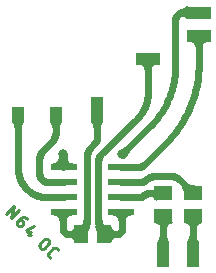
<source format=gbr>
G04 EAGLE Gerber RS-274X export*
G75*
%MOMM*%
%FSLAX34Y34*%
%LPD*%
%INTop Copper*%
%IPPOS*%
%AMOC8*
5,1,8,0,0,1.08239X$1,22.5*%
G01*
%ADD10C,0.228600*%
%ADD11R,1.300000X1.500000*%
%ADD12R,2.286000X0.609600*%
%ADD13R,1.000000X2.000000*%
%ADD14R,2.000000X1.000000*%
%ADD15R,1.000000X1.300000*%
%ADD16R,1.500000X1.300000*%
%ADD17C,0.609600*%
%ADD18C,0.800000*%
%ADD19C,0.304800*%
%ADD20C,0.800000*%
%ADD21C,0.254000*%
%ADD22C,0.152400*%


D10*
X7185Y44431D02*
X13913Y51158D01*
X10923Y40694D01*
X17650Y47421D01*
X18682Y40409D02*
X20925Y38166D01*
X20987Y38101D01*
X21046Y38034D01*
X21103Y37964D01*
X21156Y37892D01*
X21206Y37817D01*
X21253Y37741D01*
X21297Y37663D01*
X21337Y37582D01*
X21374Y37501D01*
X21408Y37417D01*
X21438Y37333D01*
X21464Y37247D01*
X21487Y37160D01*
X21506Y37072D01*
X21521Y36984D01*
X21532Y36895D01*
X21540Y36806D01*
X21544Y36716D01*
X21544Y36626D01*
X21540Y36536D01*
X21532Y36447D01*
X21521Y36358D01*
X21506Y36270D01*
X21487Y36182D01*
X21464Y36095D01*
X21438Y36009D01*
X21408Y35925D01*
X21374Y35841D01*
X21337Y35760D01*
X21297Y35679D01*
X21253Y35601D01*
X21206Y35525D01*
X21156Y35450D01*
X21103Y35378D01*
X21046Y35308D01*
X20987Y35241D01*
X20925Y35176D01*
X20551Y34803D01*
X20551Y34802D02*
X20478Y34732D01*
X20402Y34665D01*
X20324Y34600D01*
X20244Y34539D01*
X20161Y34480D01*
X20076Y34425D01*
X19989Y34374D01*
X19900Y34325D01*
X19809Y34280D01*
X19717Y34239D01*
X19623Y34201D01*
X19528Y34167D01*
X19431Y34136D01*
X19333Y34110D01*
X19235Y34086D01*
X19135Y34067D01*
X19035Y34052D01*
X18935Y34040D01*
X18834Y34032D01*
X18733Y34028D01*
X18631Y34028D01*
X18530Y34032D01*
X18429Y34040D01*
X18329Y34052D01*
X18229Y34067D01*
X18129Y34086D01*
X18031Y34110D01*
X17933Y34136D01*
X17836Y34167D01*
X17741Y34201D01*
X17647Y34239D01*
X17555Y34280D01*
X17464Y34325D01*
X17375Y34374D01*
X17288Y34425D01*
X17203Y34480D01*
X17120Y34539D01*
X17040Y34600D01*
X16962Y34665D01*
X16886Y34732D01*
X16813Y34802D01*
X16743Y34875D01*
X16676Y34951D01*
X16611Y35029D01*
X16550Y35109D01*
X16491Y35192D01*
X16436Y35277D01*
X16385Y35364D01*
X16336Y35453D01*
X16291Y35544D01*
X16250Y35636D01*
X16212Y35730D01*
X16178Y35825D01*
X16147Y35922D01*
X16121Y36020D01*
X16097Y36118D01*
X16078Y36218D01*
X16063Y36318D01*
X16051Y36418D01*
X16043Y36519D01*
X16039Y36620D01*
X16039Y36722D01*
X16043Y36823D01*
X16051Y36924D01*
X16063Y37024D01*
X16078Y37124D01*
X16097Y37224D01*
X16121Y37322D01*
X16147Y37420D01*
X16178Y37517D01*
X16212Y37612D01*
X16250Y37706D01*
X16291Y37798D01*
X16336Y37889D01*
X16385Y37978D01*
X16436Y38065D01*
X16491Y38150D01*
X16550Y38233D01*
X16611Y38313D01*
X16676Y38391D01*
X16743Y38467D01*
X16813Y38540D01*
X16814Y38540D02*
X18682Y40409D01*
X18773Y40498D01*
X18868Y40584D01*
X18965Y40668D01*
X19064Y40748D01*
X19166Y40825D01*
X19270Y40899D01*
X19376Y40970D01*
X19484Y41038D01*
X19594Y41103D01*
X19707Y41164D01*
X19821Y41221D01*
X19936Y41275D01*
X20054Y41326D01*
X20172Y41373D01*
X20292Y41417D01*
X20414Y41457D01*
X20536Y41493D01*
X20660Y41525D01*
X20784Y41554D01*
X20910Y41579D01*
X21036Y41600D01*
X21162Y41617D01*
X21289Y41631D01*
X21417Y41640D01*
X21544Y41646D01*
X21672Y41648D01*
X21800Y41646D01*
X21927Y41640D01*
X22055Y41631D01*
X22182Y41617D01*
X22308Y41600D01*
X22434Y41579D01*
X22560Y41554D01*
X22684Y41525D01*
X22808Y41493D01*
X22930Y41457D01*
X23051Y41417D01*
X23172Y41373D01*
X23290Y41326D01*
X23408Y41275D01*
X23523Y41221D01*
X23637Y41164D01*
X23749Y41103D01*
X23860Y41038D01*
X23968Y40970D01*
X24074Y40899D01*
X24178Y40825D01*
X24280Y40748D01*
X24379Y40668D01*
X24476Y40584D01*
X24571Y40498D01*
X24662Y40409D01*
X30677Y34394D02*
X23949Y30657D01*
X27687Y26919D01*
X25071Y26546D02*
X28061Y29536D01*
X35838Y19516D02*
X38828Y22506D01*
X38827Y22506D02*
X38901Y22577D01*
X38978Y22645D01*
X39057Y22710D01*
X39138Y22772D01*
X39222Y22831D01*
X39308Y22887D01*
X39397Y22939D01*
X39487Y22987D01*
X39579Y23032D01*
X39673Y23074D01*
X39768Y23112D01*
X39865Y23146D01*
X39963Y23176D01*
X40062Y23203D01*
X40162Y23225D01*
X40262Y23244D01*
X40364Y23259D01*
X40466Y23270D01*
X40568Y23277D01*
X40670Y23280D01*
X40773Y23279D01*
X40875Y23274D01*
X40977Y23265D01*
X41079Y23252D01*
X41180Y23235D01*
X41281Y23215D01*
X41380Y23190D01*
X41479Y23161D01*
X41576Y23129D01*
X41672Y23093D01*
X41766Y23054D01*
X41859Y23010D01*
X41950Y22963D01*
X42040Y22913D01*
X42127Y22859D01*
X42212Y22802D01*
X42295Y22742D01*
X42375Y22678D01*
X42453Y22611D01*
X42528Y22542D01*
X42601Y22469D01*
X42670Y22394D01*
X42737Y22316D01*
X42801Y22236D01*
X42861Y22153D01*
X42918Y22068D01*
X42972Y21981D01*
X43022Y21891D01*
X43069Y21800D01*
X43113Y21707D01*
X43152Y21613D01*
X43188Y21517D01*
X43220Y21420D01*
X43249Y21321D01*
X43274Y21222D01*
X43294Y21121D01*
X43311Y21020D01*
X43324Y20918D01*
X43333Y20816D01*
X43338Y20714D01*
X43339Y20611D01*
X43336Y20509D01*
X43329Y20407D01*
X43318Y20305D01*
X43303Y20203D01*
X43284Y20103D01*
X43262Y20003D01*
X43235Y19904D01*
X43205Y19806D01*
X43171Y19709D01*
X43133Y19614D01*
X43091Y19520D01*
X43046Y19428D01*
X42998Y19338D01*
X42946Y19250D01*
X42890Y19163D01*
X42831Y19079D01*
X42769Y18998D01*
X42704Y18919D01*
X42636Y18842D01*
X42565Y18768D01*
X39575Y15778D01*
X39502Y15708D01*
X39426Y15641D01*
X39348Y15576D01*
X39268Y15515D01*
X39185Y15456D01*
X39100Y15401D01*
X39013Y15350D01*
X38924Y15301D01*
X38833Y15256D01*
X38741Y15215D01*
X38647Y15177D01*
X38552Y15143D01*
X38455Y15112D01*
X38357Y15086D01*
X38259Y15062D01*
X38159Y15043D01*
X38059Y15028D01*
X37959Y15016D01*
X37858Y15008D01*
X37757Y15004D01*
X37655Y15004D01*
X37554Y15008D01*
X37453Y15016D01*
X37353Y15028D01*
X37253Y15043D01*
X37153Y15062D01*
X37055Y15086D01*
X36957Y15112D01*
X36860Y15143D01*
X36765Y15177D01*
X36671Y15215D01*
X36579Y15256D01*
X36488Y15301D01*
X36399Y15350D01*
X36312Y15401D01*
X36227Y15456D01*
X36144Y15515D01*
X36064Y15576D01*
X35986Y15641D01*
X35910Y15708D01*
X35837Y15778D01*
X35767Y15851D01*
X35700Y15927D01*
X35635Y16005D01*
X35574Y16085D01*
X35515Y16168D01*
X35460Y16253D01*
X35409Y16340D01*
X35360Y16429D01*
X35315Y16520D01*
X35274Y16612D01*
X35236Y16706D01*
X35202Y16801D01*
X35171Y16898D01*
X35145Y16996D01*
X35121Y17094D01*
X35102Y17194D01*
X35087Y17294D01*
X35075Y17394D01*
X35067Y17495D01*
X35063Y17596D01*
X35063Y17698D01*
X35067Y17799D01*
X35075Y17900D01*
X35087Y18000D01*
X35102Y18100D01*
X35121Y18200D01*
X35145Y18298D01*
X35171Y18396D01*
X35202Y18493D01*
X35236Y18588D01*
X35274Y18682D01*
X35315Y18774D01*
X35360Y18865D01*
X35409Y18954D01*
X35460Y19041D01*
X35515Y19126D01*
X35574Y19209D01*
X35635Y19289D01*
X35700Y19367D01*
X35767Y19443D01*
X35837Y19516D01*
X42936Y8680D02*
X44431Y7185D01*
X42936Y8680D02*
X42874Y8745D01*
X42815Y8812D01*
X42758Y8882D01*
X42705Y8954D01*
X42655Y9029D01*
X42608Y9105D01*
X42564Y9183D01*
X42524Y9264D01*
X42487Y9345D01*
X42453Y9429D01*
X42423Y9513D01*
X42397Y9599D01*
X42374Y9686D01*
X42355Y9774D01*
X42340Y9862D01*
X42329Y9951D01*
X42321Y10040D01*
X42317Y10130D01*
X42317Y10220D01*
X42321Y10310D01*
X42329Y10399D01*
X42340Y10488D01*
X42355Y10576D01*
X42374Y10664D01*
X42397Y10751D01*
X42423Y10837D01*
X42453Y10921D01*
X42487Y11005D01*
X42524Y11086D01*
X42564Y11167D01*
X42608Y11245D01*
X42655Y11321D01*
X42705Y11396D01*
X42758Y11468D01*
X42815Y11538D01*
X42874Y11605D01*
X42936Y11670D01*
X46673Y15407D01*
X46738Y15469D01*
X46805Y15528D01*
X46875Y15585D01*
X46947Y15638D01*
X47022Y15688D01*
X47098Y15735D01*
X47176Y15779D01*
X47257Y15819D01*
X47338Y15856D01*
X47422Y15890D01*
X47506Y15920D01*
X47592Y15946D01*
X47679Y15969D01*
X47767Y15988D01*
X47855Y16003D01*
X47944Y16014D01*
X48033Y16022D01*
X48123Y16026D01*
X48213Y16026D01*
X48303Y16022D01*
X48392Y16014D01*
X48481Y16003D01*
X48569Y15988D01*
X48657Y15969D01*
X48744Y15946D01*
X48830Y15920D01*
X48914Y15890D01*
X48998Y15856D01*
X49079Y15819D01*
X49160Y15779D01*
X49238Y15735D01*
X49314Y15688D01*
X49389Y15638D01*
X49461Y15585D01*
X49531Y15528D01*
X49598Y15469D01*
X49663Y15407D01*
X51158Y13912D01*
D11*
X89500Y27500D03*
X70500Y27500D03*
D12*
X104130Y45950D03*
X104130Y58650D03*
X104130Y71350D03*
X104130Y84050D03*
X55870Y84050D03*
X55870Y71350D03*
X55870Y58650D03*
X55870Y45950D03*
D13*
X140000Y10000D03*
X165000Y10000D03*
D14*
X170000Y195000D03*
D15*
X17000Y129500D03*
X49000Y129500D03*
D13*
X84000Y133000D03*
D14*
X127000Y176000D03*
X170000Y215000D03*
D16*
X140000Y43000D03*
X140000Y62000D03*
X165000Y43000D03*
X165000Y62000D03*
D17*
X105000Y45080D02*
X104130Y45950D01*
X100000Y27500D02*
X89500Y27500D01*
X100000Y27500D02*
X100140Y27502D01*
X100280Y27508D01*
X100420Y27518D01*
X100560Y27531D01*
X100699Y27549D01*
X100838Y27571D01*
X100975Y27596D01*
X101113Y27625D01*
X101249Y27658D01*
X101384Y27695D01*
X101518Y27736D01*
X101651Y27781D01*
X101783Y27829D01*
X101913Y27881D01*
X102042Y27936D01*
X102169Y27995D01*
X102295Y28058D01*
X102419Y28124D01*
X102540Y28193D01*
X102660Y28266D01*
X102778Y28343D01*
X102893Y28422D01*
X103007Y28505D01*
X103117Y28591D01*
X103226Y28680D01*
X103332Y28772D01*
X103435Y28867D01*
X103536Y28964D01*
X103633Y29065D01*
X103728Y29168D01*
X103820Y29274D01*
X103909Y29383D01*
X103995Y29493D01*
X104078Y29607D01*
X104157Y29722D01*
X104234Y29840D01*
X104307Y29960D01*
X104376Y30081D01*
X104442Y30205D01*
X104505Y30331D01*
X104564Y30458D01*
X104619Y30587D01*
X104671Y30717D01*
X104719Y30849D01*
X104764Y30982D01*
X104805Y31116D01*
X104842Y31251D01*
X104875Y31387D01*
X104904Y31525D01*
X104929Y31662D01*
X104951Y31801D01*
X104969Y31940D01*
X104982Y32080D01*
X104992Y32220D01*
X104998Y32360D01*
X105000Y32500D01*
X105000Y45080D01*
X85000Y38364D02*
X85004Y37998D01*
X85017Y37633D01*
X85039Y37268D01*
X85070Y36904D01*
X85109Y36540D01*
X85156Y36177D01*
X85213Y35816D01*
X85278Y35456D01*
X85351Y35098D01*
X85433Y34742D01*
X85524Y34388D01*
X85622Y34035D01*
X85730Y33686D01*
X85845Y33339D01*
X85969Y32995D01*
X86101Y32654D01*
X86240Y32316D01*
X86388Y31982D01*
X86544Y31651D01*
X86708Y31324D01*
X86879Y31001D01*
X87058Y30682D01*
X87245Y30368D01*
X87439Y30058D01*
X87640Y29752D01*
X87849Y29452D01*
X88064Y29157D01*
X88287Y28867D01*
X88517Y28582D01*
X88753Y28303D01*
X88995Y28029D01*
X89245Y27762D01*
X89500Y27500D01*
X85000Y38364D02*
X85000Y90000D01*
X85002Y90153D01*
X85008Y90306D01*
X85017Y90458D01*
X85031Y90611D01*
X85048Y90763D01*
X85070Y90914D01*
X85095Y91065D01*
X85124Y91215D01*
X85156Y91364D01*
X85193Y91513D01*
X85233Y91660D01*
X85277Y91807D01*
X85324Y91952D01*
X85376Y92096D01*
X85431Y92239D01*
X85489Y92380D01*
X85551Y92520D01*
X85617Y92658D01*
X85686Y92795D01*
X85758Y92929D01*
X85834Y93062D01*
X85914Y93193D01*
X85996Y93322D01*
X86082Y93448D01*
X86171Y93573D01*
X86263Y93695D01*
X86358Y93814D01*
X86456Y93932D01*
X86557Y94046D01*
X86661Y94159D01*
X86768Y94268D01*
X127000Y147757D02*
X127000Y176000D01*
X127000Y147757D02*
X126991Y146995D01*
X126964Y146234D01*
X126918Y145474D01*
X126855Y144715D01*
X126774Y143957D01*
X126674Y143202D01*
X126557Y142449D01*
X126422Y141700D01*
X126269Y140954D01*
X126098Y140211D01*
X125909Y139473D01*
X125704Y138740D01*
X125480Y138012D01*
X125240Y137289D01*
X124982Y136572D01*
X124707Y135862D01*
X124416Y135158D01*
X124108Y134461D01*
X123783Y133772D01*
X123442Y133091D01*
X123085Y132418D01*
X122712Y131754D01*
X122323Y131099D01*
X121919Y130453D01*
X121500Y129817D01*
X121065Y129192D01*
X120616Y128577D01*
X120152Y127972D01*
X119674Y127379D01*
X119183Y126798D01*
X118677Y126228D01*
X118158Y125670D01*
X117626Y125125D01*
X117626Y125126D02*
X86768Y94268D01*
X55870Y45950D02*
X55000Y45080D01*
X55000Y32500D01*
X55002Y32360D01*
X55008Y32220D01*
X55018Y32080D01*
X55031Y31940D01*
X55049Y31801D01*
X55071Y31662D01*
X55096Y31525D01*
X55125Y31387D01*
X55158Y31251D01*
X55195Y31116D01*
X55236Y30982D01*
X55281Y30849D01*
X55329Y30717D01*
X55381Y30587D01*
X55436Y30458D01*
X55495Y30331D01*
X55558Y30205D01*
X55624Y30081D01*
X55693Y29960D01*
X55766Y29840D01*
X55843Y29722D01*
X55922Y29607D01*
X56005Y29493D01*
X56091Y29383D01*
X56180Y29274D01*
X56272Y29168D01*
X56367Y29065D01*
X56464Y28964D01*
X56565Y28867D01*
X56668Y28772D01*
X56774Y28680D01*
X56883Y28591D01*
X56993Y28505D01*
X57107Y28422D01*
X57222Y28343D01*
X57340Y28266D01*
X57460Y28193D01*
X57581Y28124D01*
X57705Y28058D01*
X57831Y27995D01*
X57958Y27936D01*
X58087Y27881D01*
X58217Y27829D01*
X58349Y27781D01*
X58482Y27736D01*
X58616Y27695D01*
X58751Y27658D01*
X58887Y27625D01*
X59025Y27596D01*
X59162Y27571D01*
X59301Y27549D01*
X59440Y27531D01*
X59580Y27518D01*
X59720Y27508D01*
X59860Y27502D01*
X60000Y27500D01*
X70500Y27500D01*
X84000Y110000D02*
X84000Y133000D01*
X84000Y110000D02*
X83998Y109799D01*
X83990Y109598D01*
X83978Y109397D01*
X83962Y109197D01*
X83940Y108997D01*
X83914Y108797D01*
X83883Y108599D01*
X83847Y108401D01*
X83807Y108204D01*
X83762Y108008D01*
X83712Y107813D01*
X83658Y107619D01*
X83599Y107427D01*
X83535Y107236D01*
X83467Y107047D01*
X83395Y106859D01*
X83318Y106674D01*
X83236Y106490D01*
X83151Y106308D01*
X83061Y106128D01*
X82966Y105950D01*
X82868Y105775D01*
X82765Y105602D01*
X82659Y105432D01*
X82548Y105264D01*
X82433Y105099D01*
X82315Y104936D01*
X82192Y104777D01*
X82066Y104620D01*
X81936Y104466D01*
X81803Y104316D01*
X81666Y104169D01*
X81525Y104025D01*
X79419Y101919D01*
X79419Y101920D02*
X79161Y101654D01*
X78909Y101383D01*
X78663Y101106D01*
X78425Y100822D01*
X78194Y100533D01*
X77969Y100238D01*
X77752Y99938D01*
X77543Y99633D01*
X77341Y99323D01*
X77147Y99007D01*
X76960Y98687D01*
X76782Y98363D01*
X76611Y98034D01*
X76449Y97701D01*
X76294Y97365D01*
X76149Y97024D01*
X76011Y96680D01*
X75882Y96333D01*
X75762Y95983D01*
X75650Y95630D01*
X75547Y95274D01*
X75452Y94916D01*
X75367Y94556D01*
X75290Y94194D01*
X75222Y93830D01*
X75163Y93464D01*
X75113Y93097D01*
X75073Y92729D01*
X75041Y92360D01*
X75018Y91990D01*
X75005Y91620D01*
X75000Y91250D01*
X75000Y38364D01*
X74996Y37998D01*
X74983Y37633D01*
X74961Y37268D01*
X74930Y36904D01*
X74891Y36540D01*
X74844Y36177D01*
X74787Y35816D01*
X74722Y35456D01*
X74649Y35098D01*
X74567Y34742D01*
X74476Y34388D01*
X74378Y34035D01*
X74270Y33686D01*
X74155Y33339D01*
X74031Y32995D01*
X73899Y32654D01*
X73760Y32316D01*
X73612Y31982D01*
X73456Y31651D01*
X73292Y31324D01*
X73121Y31001D01*
X72942Y30682D01*
X72755Y30368D01*
X72561Y30058D01*
X72360Y29752D01*
X72151Y29452D01*
X71936Y29157D01*
X71713Y28867D01*
X71483Y28582D01*
X71247Y28303D01*
X71005Y28029D01*
X70755Y27762D01*
X70500Y27500D01*
X170000Y172071D02*
X170000Y195000D01*
X170000Y172071D02*
X169971Y169726D01*
X169885Y167383D01*
X169741Y165043D01*
X169540Y162707D01*
X169282Y160377D01*
X168966Y158053D01*
X168594Y155738D01*
X168164Y153433D01*
X167679Y151140D01*
X167137Y148858D01*
X166539Y146591D01*
X165886Y144339D01*
X165178Y142104D01*
X164416Y139887D01*
X163599Y137689D01*
X162728Y135512D01*
X161804Y133357D01*
X160828Y131225D01*
X159799Y129118D01*
X158720Y127037D01*
X157589Y124983D01*
X156408Y122957D01*
X155178Y120961D01*
X153900Y118996D01*
X152573Y117062D01*
X151200Y115162D01*
X149780Y113296D01*
X148315Y111466D01*
X146805Y109671D01*
X145252Y107915D01*
X143657Y106197D01*
X142019Y104519D01*
X123750Y86250D01*
X123618Y86121D01*
X123483Y85996D01*
X123345Y85874D01*
X123204Y85755D01*
X123060Y85640D01*
X122913Y85528D01*
X122764Y85420D01*
X122612Y85316D01*
X122457Y85215D01*
X122300Y85119D01*
X122141Y85026D01*
X121980Y84937D01*
X121816Y84852D01*
X121650Y84771D01*
X121483Y84694D01*
X121313Y84622D01*
X121142Y84553D01*
X120969Y84489D01*
X120795Y84429D01*
X120619Y84373D01*
X120442Y84322D01*
X120264Y84275D01*
X120085Y84233D01*
X119904Y84194D01*
X119723Y84161D01*
X119541Y84131D01*
X119358Y84106D01*
X119175Y84086D01*
X118992Y84070D01*
X118808Y84059D01*
X118623Y84052D01*
X118439Y84050D01*
X104130Y84050D01*
X17000Y83080D02*
X17000Y129500D01*
X17000Y83080D02*
X17007Y82490D01*
X17029Y81900D01*
X17064Y81310D01*
X17114Y80722D01*
X17178Y80135D01*
X17256Y79550D01*
X17349Y78967D01*
X17455Y78386D01*
X17576Y77808D01*
X17710Y77234D01*
X17858Y76662D01*
X18020Y76094D01*
X18196Y75531D01*
X18385Y74971D01*
X18588Y74417D01*
X18804Y73868D01*
X19033Y73324D01*
X19275Y72785D01*
X19530Y72253D01*
X19798Y71727D01*
X20079Y71207D01*
X20372Y70695D01*
X20677Y70190D01*
X20995Y69692D01*
X21325Y69202D01*
X21666Y68720D01*
X22018Y68247D01*
X22383Y67782D01*
X22758Y67327D01*
X23144Y66880D01*
X23541Y66443D01*
X23948Y66015D01*
X24365Y65598D01*
X24793Y65191D01*
X25230Y64794D01*
X25677Y64408D01*
X26132Y64033D01*
X26597Y63668D01*
X27070Y63316D01*
X27552Y62975D01*
X28042Y62645D01*
X28540Y62327D01*
X29045Y62022D01*
X29557Y61729D01*
X30077Y61448D01*
X30603Y61180D01*
X31135Y60925D01*
X31674Y60683D01*
X32218Y60454D01*
X32767Y60238D01*
X33321Y60035D01*
X33881Y59846D01*
X34444Y59670D01*
X35012Y59508D01*
X35584Y59360D01*
X36158Y59226D01*
X36736Y59105D01*
X37317Y58999D01*
X37900Y58906D01*
X38485Y58828D01*
X39072Y58764D01*
X39660Y58714D01*
X40250Y58679D01*
X40840Y58657D01*
X41430Y58650D01*
X55870Y58650D01*
X35000Y78850D02*
X35000Y91250D01*
X35003Y91465D01*
X35010Y91681D01*
X35023Y91896D01*
X35041Y92111D01*
X35064Y92325D01*
X35092Y92538D01*
X35125Y92751D01*
X35164Y92963D01*
X35207Y93174D01*
X35255Y93384D01*
X35308Y93593D01*
X35367Y93801D01*
X35430Y94007D01*
X35498Y94211D01*
X35571Y94414D01*
X35648Y94615D01*
X35731Y94814D01*
X35818Y95011D01*
X35910Y95206D01*
X36006Y95398D01*
X36107Y95589D01*
X36213Y95777D01*
X36323Y95962D01*
X36437Y96144D01*
X36556Y96324D01*
X36679Y96501D01*
X36806Y96675D01*
X36937Y96846D01*
X37072Y97014D01*
X37211Y97178D01*
X37354Y97340D01*
X37501Y97497D01*
X37652Y97651D01*
X37652Y97652D02*
X44757Y104757D01*
X44757Y104758D02*
X44998Y105004D01*
X45233Y105256D01*
X45462Y105514D01*
X45685Y105778D01*
X45901Y106046D01*
X46111Y106319D01*
X46314Y106598D01*
X46511Y106881D01*
X46701Y107169D01*
X46883Y107461D01*
X47059Y107757D01*
X47228Y108058D01*
X47390Y108363D01*
X47544Y108671D01*
X47691Y108983D01*
X47830Y109298D01*
X47962Y109616D01*
X48087Y109938D01*
X48203Y110262D01*
X48312Y110590D01*
X48413Y110919D01*
X48506Y111251D01*
X48592Y111585D01*
X48669Y111921D01*
X48738Y112259D01*
X48799Y112598D01*
X48853Y112939D01*
X48898Y113280D01*
X48934Y113623D01*
X48963Y113967D01*
X48984Y114311D01*
X48996Y114655D01*
X49000Y115000D01*
X49000Y129500D01*
X42500Y71350D02*
X55870Y71350D01*
X42500Y71350D02*
X42319Y71352D01*
X42138Y71359D01*
X41957Y71370D01*
X41776Y71385D01*
X41596Y71405D01*
X41416Y71429D01*
X41237Y71457D01*
X41059Y71490D01*
X40882Y71527D01*
X40705Y71568D01*
X40530Y71613D01*
X40355Y71663D01*
X40182Y71717D01*
X40011Y71775D01*
X39840Y71837D01*
X39672Y71904D01*
X39505Y71974D01*
X39339Y72048D01*
X39176Y72127D01*
X39015Y72209D01*
X38855Y72295D01*
X38698Y72385D01*
X38543Y72479D01*
X38390Y72576D01*
X38240Y72678D01*
X38092Y72782D01*
X37946Y72891D01*
X37804Y73002D01*
X37664Y73118D01*
X37527Y73236D01*
X37392Y73358D01*
X37261Y73483D01*
X37133Y73611D01*
X37008Y73742D01*
X36886Y73877D01*
X36768Y74014D01*
X36652Y74154D01*
X36541Y74296D01*
X36432Y74442D01*
X36328Y74590D01*
X36226Y74740D01*
X36129Y74893D01*
X36035Y75048D01*
X35945Y75205D01*
X35859Y75365D01*
X35777Y75526D01*
X35698Y75689D01*
X35624Y75855D01*
X35554Y76022D01*
X35487Y76190D01*
X35425Y76361D01*
X35367Y76532D01*
X35313Y76705D01*
X35263Y76880D01*
X35218Y77055D01*
X35177Y77232D01*
X35140Y77409D01*
X35107Y77587D01*
X35079Y77766D01*
X35055Y77946D01*
X35035Y78126D01*
X35020Y78307D01*
X35009Y78488D01*
X35002Y78669D01*
X35000Y78850D01*
X156250Y215000D02*
X170000Y215000D01*
X156250Y215000D02*
X156094Y214998D01*
X155938Y214992D01*
X155783Y214983D01*
X155628Y214969D01*
X155473Y214951D01*
X155318Y214930D01*
X155165Y214905D01*
X155012Y214876D01*
X154859Y214843D01*
X154708Y214807D01*
X154557Y214766D01*
X154408Y214722D01*
X154259Y214675D01*
X154112Y214623D01*
X153967Y214568D01*
X153822Y214509D01*
X153679Y214447D01*
X153538Y214381D01*
X153399Y214312D01*
X153261Y214239D01*
X153125Y214163D01*
X152991Y214083D01*
X152859Y214000D01*
X152729Y213914D01*
X152602Y213825D01*
X152476Y213732D01*
X152353Y213636D01*
X152233Y213538D01*
X152114Y213436D01*
X151999Y213332D01*
X151886Y213224D01*
X151776Y213114D01*
X151668Y213001D01*
X151564Y212886D01*
X151462Y212767D01*
X151364Y212647D01*
X151268Y212524D01*
X151175Y212398D01*
X151086Y212271D01*
X151000Y212141D01*
X150917Y212009D01*
X150837Y211875D01*
X150761Y211739D01*
X150688Y211601D01*
X150619Y211462D01*
X150553Y211321D01*
X150491Y211178D01*
X150432Y211033D01*
X150377Y210888D01*
X150325Y210741D01*
X150278Y210592D01*
X150234Y210443D01*
X150193Y210292D01*
X150157Y210141D01*
X150124Y209988D01*
X150095Y209835D01*
X150070Y209682D01*
X150049Y209527D01*
X150031Y209372D01*
X150017Y209217D01*
X150008Y209062D01*
X150002Y208906D01*
X150000Y208750D01*
X150000Y170000D01*
X149979Y168276D01*
X149918Y166554D01*
X149815Y164833D01*
X149672Y163115D01*
X149488Y161402D01*
X149263Y159693D01*
X148997Y157990D01*
X148691Y156293D01*
X148345Y154605D01*
X147958Y152925D01*
X147532Y151255D01*
X147066Y149595D01*
X146561Y147947D01*
X146017Y146312D01*
X145434Y144690D01*
X144812Y143082D01*
X144152Y141489D01*
X143455Y139913D01*
X142720Y138354D01*
X141949Y136812D01*
X141141Y135290D01*
X140297Y133787D01*
X139417Y132305D01*
X138503Y130844D01*
X137554Y129405D01*
X136570Y127989D01*
X135554Y126597D01*
X134505Y125229D01*
X133423Y123887D01*
X132310Y122571D01*
X131166Y121282D01*
X129991Y120020D01*
X128787Y118787D01*
X105000Y95000D01*
D18*
X55000Y95000D02*
X55000Y84920D01*
D19*
X55870Y84050D01*
D20*
X55000Y95000D03*
X105000Y95000D03*
D17*
X104442Y95771D02*
X109243Y99243D01*
X104442Y95771D02*
X105000Y95000D01*
X105771Y94442D02*
X109243Y99243D01*
X105771Y94442D02*
X105000Y95000D01*
X140000Y43000D02*
X140000Y10000D01*
D19*
X165000Y43000D02*
X165000Y44500D01*
D17*
X165000Y10000D01*
X140000Y62000D02*
X127500Y62000D01*
X127347Y61998D01*
X127194Y61992D01*
X127042Y61983D01*
X126889Y61969D01*
X126737Y61952D01*
X126586Y61930D01*
X126435Y61905D01*
X126285Y61876D01*
X126136Y61844D01*
X125987Y61807D01*
X125840Y61767D01*
X125693Y61723D01*
X125548Y61676D01*
X125404Y61624D01*
X125261Y61569D01*
X125120Y61511D01*
X124980Y61449D01*
X124842Y61383D01*
X124705Y61314D01*
X124571Y61242D01*
X124438Y61166D01*
X124307Y61086D01*
X124178Y61004D01*
X124052Y60918D01*
X123927Y60829D01*
X123805Y60737D01*
X123686Y60642D01*
X123568Y60544D01*
X123454Y60443D01*
X123341Y60339D01*
X123232Y60232D01*
X123127Y60130D01*
X123019Y60031D01*
X122909Y59935D01*
X122796Y59842D01*
X122681Y59752D01*
X122563Y59665D01*
X122444Y59581D01*
X122321Y59500D01*
X122197Y59423D01*
X122071Y59350D01*
X121942Y59279D01*
X121812Y59212D01*
X121680Y59149D01*
X121547Y59090D01*
X121411Y59034D01*
X121275Y58981D01*
X121137Y58933D01*
X120998Y58888D01*
X120857Y58847D01*
X120716Y58810D01*
X120573Y58776D01*
X120430Y58747D01*
X120286Y58721D01*
X120141Y58699D01*
X119996Y58682D01*
X119850Y58668D01*
X119704Y58658D01*
X119558Y58652D01*
X119412Y58650D01*
X104130Y58650D01*
X104130Y71350D02*
X120179Y71350D01*
X120351Y71352D01*
X120522Y71358D01*
X120693Y71369D01*
X120864Y71384D01*
X121035Y71403D01*
X121205Y71426D01*
X121375Y71453D01*
X121543Y71484D01*
X121711Y71520D01*
X121878Y71560D01*
X122044Y71603D01*
X122209Y71651D01*
X122373Y71703D01*
X122535Y71759D01*
X122696Y71819D01*
X122855Y71882D01*
X123013Y71950D01*
X123169Y72021D01*
X123323Y72097D01*
X123475Y72176D01*
X123626Y72258D01*
X123774Y72345D01*
X123920Y72435D01*
X124064Y72529D01*
X124206Y72626D01*
X124345Y72726D01*
X124481Y72830D01*
X124615Y72937D01*
X124747Y73048D01*
X124875Y73162D01*
X125001Y73278D01*
X125124Y73398D01*
X132250Y76350D02*
X147256Y76350D01*
X132250Y76350D02*
X132010Y76347D01*
X131770Y76339D01*
X131531Y76324D01*
X131292Y76304D01*
X131053Y76279D01*
X130816Y76247D01*
X130579Y76210D01*
X130343Y76168D01*
X130108Y76120D01*
X129874Y76066D01*
X129641Y76007D01*
X129410Y75942D01*
X129181Y75871D01*
X128953Y75796D01*
X128728Y75715D01*
X128504Y75628D01*
X128282Y75536D01*
X128063Y75439D01*
X127846Y75337D01*
X127632Y75230D01*
X127420Y75117D01*
X127210Y75000D01*
X127004Y74877D01*
X126801Y74750D01*
X126601Y74618D01*
X126404Y74481D01*
X126210Y74340D01*
X126020Y74194D01*
X125833Y74043D01*
X125650Y73888D01*
X125470Y73729D01*
X125295Y73566D01*
X125123Y73398D01*
X153050Y73950D02*
X165000Y62000D01*
X153051Y73950D02*
X152907Y74090D01*
X152759Y74227D01*
X152609Y74360D01*
X152455Y74490D01*
X152298Y74615D01*
X152138Y74737D01*
X151975Y74855D01*
X151809Y74969D01*
X151640Y75079D01*
X151469Y75184D01*
X151295Y75285D01*
X151119Y75382D01*
X150941Y75475D01*
X150760Y75563D01*
X150577Y75647D01*
X150392Y75726D01*
X150205Y75801D01*
X150017Y75871D01*
X149827Y75936D01*
X149635Y75997D01*
X149442Y76053D01*
X149247Y76104D01*
X149052Y76151D01*
X148855Y76193D01*
X148657Y76229D01*
X148458Y76261D01*
X148259Y76288D01*
X148059Y76311D01*
X147859Y76328D01*
X147658Y76340D01*
X147457Y76348D01*
X147256Y76350D01*
D19*
X82499Y117858D02*
X82494Y118051D01*
X82483Y118245D01*
X82469Y118438D01*
X82449Y118631D01*
X82425Y118823D01*
X82396Y119015D01*
X82363Y119206D01*
X82325Y119396D01*
X82283Y119585D01*
X82236Y119773D01*
X82184Y119960D01*
X82128Y120145D01*
X82068Y120330D01*
X82003Y120512D01*
X81934Y120693D01*
X81860Y120873D01*
X81783Y121050D01*
X81701Y121226D01*
X81614Y121399D01*
X81524Y121571D01*
X81429Y121740D01*
X81331Y121907D01*
X81228Y122071D01*
X81122Y122233D01*
X81011Y122392D01*
X80897Y122549D01*
X80779Y122703D01*
X80658Y122854D01*
X80532Y123002D01*
X47499Y117858D02*
X47494Y118051D01*
X47483Y118245D01*
X47469Y118438D01*
X47449Y118631D01*
X47425Y118823D01*
X47396Y119015D01*
X47363Y119206D01*
X47325Y119396D01*
X47283Y119585D01*
X47236Y119773D01*
X47184Y119960D01*
X47128Y120145D01*
X47068Y120330D01*
X47003Y120512D01*
X46934Y120693D01*
X46860Y120873D01*
X46783Y121050D01*
X46701Y121226D01*
X46614Y121399D01*
X46524Y121571D01*
X46429Y121740D01*
X46331Y121907D01*
X46228Y122071D01*
X46122Y122233D01*
X46011Y122392D01*
X45897Y122549D01*
X45779Y122703D01*
X45658Y122854D01*
X45532Y123002D01*
X15491Y117910D02*
X15486Y118103D01*
X15475Y118297D01*
X15461Y118490D01*
X15441Y118683D01*
X15417Y118875D01*
X15388Y119067D01*
X15355Y119258D01*
X15317Y119448D01*
X15275Y119637D01*
X15228Y119825D01*
X15176Y120012D01*
X15120Y120197D01*
X15060Y120382D01*
X14995Y120564D01*
X14926Y120745D01*
X14852Y120925D01*
X14775Y121102D01*
X14693Y121278D01*
X14606Y121451D01*
X14516Y121623D01*
X14421Y121792D01*
X14323Y121959D01*
X14220Y122123D01*
X14114Y122285D01*
X14003Y122444D01*
X13889Y122601D01*
X13771Y122755D01*
X13650Y122906D01*
X13524Y123054D01*
X50518Y117851D02*
X50523Y118044D01*
X50534Y118238D01*
X50548Y118431D01*
X50568Y118624D01*
X50592Y118816D01*
X50621Y119008D01*
X50654Y119199D01*
X50692Y119389D01*
X50734Y119578D01*
X50781Y119766D01*
X50833Y119953D01*
X50889Y120138D01*
X50949Y120323D01*
X51014Y120505D01*
X51083Y120686D01*
X51157Y120866D01*
X51234Y121043D01*
X51316Y121219D01*
X51403Y121392D01*
X51493Y121564D01*
X51588Y121733D01*
X51686Y121900D01*
X51789Y122064D01*
X51895Y122226D01*
X52006Y122385D01*
X52120Y122542D01*
X52238Y122696D01*
X52359Y122847D01*
X52485Y122995D01*
X57461Y90547D02*
X57463Y90407D01*
X57469Y90267D01*
X57479Y90127D01*
X57492Y89987D01*
X57510Y89848D01*
X57532Y89709D01*
X57557Y89572D01*
X57586Y89434D01*
X57619Y89298D01*
X57656Y89163D01*
X57697Y89029D01*
X57742Y88896D01*
X57790Y88764D01*
X57842Y88634D01*
X57897Y88505D01*
X57956Y88378D01*
X58019Y88252D01*
X58085Y88128D01*
X58154Y88007D01*
X58227Y87887D01*
X58304Y87769D01*
X58383Y87654D01*
X58466Y87540D01*
X58552Y87430D01*
X58641Y87321D01*
X58733Y87215D01*
X58828Y87112D01*
X58925Y87011D01*
X59026Y86914D01*
X59129Y86819D01*
X59235Y86727D01*
X59344Y86638D01*
X59454Y86552D01*
X59568Y86469D01*
X59683Y86390D01*
X59801Y86313D01*
X59921Y86240D01*
X60042Y86171D01*
X60166Y86105D01*
X60292Y86042D01*
X60419Y85983D01*
X60548Y85928D01*
X60678Y85876D01*
X60810Y85828D01*
X60943Y85783D01*
X61077Y85742D01*
X61212Y85705D01*
X61348Y85672D01*
X61486Y85643D01*
X61623Y85618D01*
X61762Y85596D01*
X61901Y85578D01*
X62041Y85565D01*
X62181Y85555D01*
X62321Y85549D01*
X62461Y85547D01*
X52539Y90547D02*
X52537Y90407D01*
X52531Y90267D01*
X52521Y90127D01*
X52508Y89987D01*
X52490Y89848D01*
X52468Y89709D01*
X52443Y89572D01*
X52414Y89434D01*
X52381Y89298D01*
X52344Y89163D01*
X52303Y89029D01*
X52258Y88896D01*
X52210Y88764D01*
X52158Y88634D01*
X52103Y88505D01*
X52044Y88378D01*
X51981Y88252D01*
X51915Y88128D01*
X51846Y88007D01*
X51773Y87887D01*
X51696Y87769D01*
X51617Y87654D01*
X51534Y87540D01*
X51448Y87430D01*
X51359Y87321D01*
X51267Y87215D01*
X51172Y87112D01*
X51075Y87011D01*
X50974Y86914D01*
X50871Y86819D01*
X50765Y86727D01*
X50656Y86638D01*
X50546Y86552D01*
X50432Y86469D01*
X50317Y86390D01*
X50199Y86313D01*
X50079Y86240D01*
X49958Y86171D01*
X49834Y86105D01*
X49708Y86042D01*
X49581Y85983D01*
X49452Y85928D01*
X49322Y85876D01*
X49190Y85828D01*
X49057Y85783D01*
X48923Y85742D01*
X48788Y85705D01*
X48652Y85672D01*
X48514Y85643D01*
X48377Y85618D01*
X48238Y85596D01*
X48099Y85578D01*
X47959Y85565D01*
X47819Y85555D01*
X47679Y85549D01*
X47539Y85547D01*
X48477Y44414D02*
X48617Y44412D01*
X48757Y44406D01*
X48897Y44396D01*
X49037Y44383D01*
X49176Y44365D01*
X49315Y44343D01*
X49452Y44318D01*
X49590Y44289D01*
X49726Y44256D01*
X49861Y44219D01*
X49995Y44178D01*
X50128Y44133D01*
X50260Y44085D01*
X50390Y44033D01*
X50519Y43978D01*
X50646Y43919D01*
X50772Y43856D01*
X50896Y43790D01*
X51017Y43721D01*
X51137Y43648D01*
X51255Y43571D01*
X51370Y43492D01*
X51484Y43409D01*
X51594Y43323D01*
X51703Y43234D01*
X51809Y43142D01*
X51912Y43047D01*
X52013Y42950D01*
X52110Y42849D01*
X52205Y42746D01*
X52297Y42640D01*
X52386Y42531D01*
X52472Y42421D01*
X52555Y42307D01*
X52634Y42192D01*
X52711Y42074D01*
X52784Y41954D01*
X52853Y41833D01*
X52919Y41709D01*
X52982Y41583D01*
X53041Y41456D01*
X53096Y41327D01*
X53148Y41197D01*
X53196Y41065D01*
X53241Y40932D01*
X53282Y40798D01*
X53319Y40663D01*
X53352Y40527D01*
X53381Y40389D01*
X53406Y40252D01*
X53428Y40113D01*
X53446Y39974D01*
X53459Y39834D01*
X53469Y39694D01*
X53475Y39554D01*
X53477Y39414D01*
X56523Y39414D02*
X56525Y39554D01*
X56531Y39694D01*
X56541Y39834D01*
X56554Y39974D01*
X56572Y40113D01*
X56594Y40252D01*
X56619Y40389D01*
X56648Y40527D01*
X56681Y40663D01*
X56718Y40798D01*
X56759Y40932D01*
X56804Y41065D01*
X56852Y41197D01*
X56904Y41327D01*
X56959Y41456D01*
X57018Y41583D01*
X57081Y41709D01*
X57147Y41833D01*
X57216Y41954D01*
X57289Y42074D01*
X57366Y42192D01*
X57445Y42307D01*
X57528Y42421D01*
X57614Y42531D01*
X57703Y42640D01*
X57795Y42746D01*
X57890Y42849D01*
X57987Y42950D01*
X58088Y43047D01*
X58191Y43142D01*
X58297Y43234D01*
X58406Y43323D01*
X58516Y43409D01*
X58630Y43492D01*
X58745Y43571D01*
X58863Y43648D01*
X58983Y43721D01*
X59104Y43790D01*
X59228Y43856D01*
X59354Y43919D01*
X59481Y43978D01*
X59610Y44033D01*
X59740Y44085D01*
X59872Y44133D01*
X60005Y44178D01*
X60139Y44219D01*
X60274Y44256D01*
X60410Y44289D01*
X60548Y44318D01*
X60685Y44343D01*
X60824Y44365D01*
X60963Y44383D01*
X61103Y44396D01*
X61243Y44406D01*
X61383Y44412D01*
X61523Y44414D01*
X98477Y44434D02*
X98617Y44432D01*
X98757Y44426D01*
X98897Y44416D01*
X99037Y44403D01*
X99176Y44385D01*
X99315Y44363D01*
X99452Y44338D01*
X99590Y44309D01*
X99726Y44276D01*
X99861Y44239D01*
X99995Y44198D01*
X100128Y44153D01*
X100260Y44105D01*
X100390Y44053D01*
X100519Y43998D01*
X100646Y43939D01*
X100772Y43876D01*
X100896Y43810D01*
X101017Y43741D01*
X101137Y43668D01*
X101255Y43591D01*
X101370Y43512D01*
X101484Y43429D01*
X101594Y43343D01*
X101703Y43254D01*
X101809Y43162D01*
X101912Y43067D01*
X102013Y42970D01*
X102110Y42869D01*
X102205Y42766D01*
X102297Y42660D01*
X102386Y42551D01*
X102472Y42441D01*
X102555Y42327D01*
X102634Y42212D01*
X102711Y42094D01*
X102784Y41974D01*
X102853Y41853D01*
X102919Y41729D01*
X102982Y41603D01*
X103041Y41476D01*
X103096Y41347D01*
X103148Y41217D01*
X103196Y41085D01*
X103241Y40952D01*
X103282Y40818D01*
X103319Y40683D01*
X103352Y40547D01*
X103381Y40409D01*
X103406Y40272D01*
X103428Y40133D01*
X103446Y39994D01*
X103459Y39854D01*
X103469Y39714D01*
X103475Y39574D01*
X103477Y39434D01*
X106523Y39434D02*
X106525Y39574D01*
X106531Y39714D01*
X106541Y39854D01*
X106554Y39994D01*
X106572Y40133D01*
X106594Y40272D01*
X106619Y40409D01*
X106648Y40547D01*
X106681Y40683D01*
X106718Y40818D01*
X106759Y40952D01*
X106804Y41085D01*
X106852Y41217D01*
X106904Y41347D01*
X106959Y41476D01*
X107018Y41603D01*
X107081Y41729D01*
X107147Y41853D01*
X107216Y41974D01*
X107289Y42094D01*
X107366Y42212D01*
X107445Y42327D01*
X107528Y42441D01*
X107614Y42551D01*
X107703Y42660D01*
X107795Y42766D01*
X107890Y42869D01*
X107987Y42970D01*
X108088Y43067D01*
X108191Y43162D01*
X108297Y43254D01*
X108406Y43343D01*
X108516Y43429D01*
X108630Y43512D01*
X108745Y43591D01*
X108863Y43668D01*
X108983Y43741D01*
X109104Y43810D01*
X109228Y43876D01*
X109354Y43939D01*
X109481Y43998D01*
X109610Y44053D01*
X109740Y44105D01*
X109872Y44153D01*
X110005Y44198D01*
X110139Y44239D01*
X110274Y44276D01*
X110410Y44309D01*
X110548Y44338D01*
X110685Y44363D01*
X110824Y44385D01*
X110963Y44403D01*
X111103Y44416D01*
X111243Y44426D01*
X111383Y44432D01*
X111523Y44434D01*
X85518Y117851D02*
X85523Y118044D01*
X85534Y118238D01*
X85548Y118431D01*
X85568Y118624D01*
X85592Y118816D01*
X85621Y119008D01*
X85654Y119199D01*
X85692Y119389D01*
X85734Y119578D01*
X85781Y119766D01*
X85833Y119953D01*
X85889Y120138D01*
X85949Y120323D01*
X86014Y120505D01*
X86083Y120686D01*
X86157Y120866D01*
X86234Y121043D01*
X86316Y121219D01*
X86403Y121392D01*
X86493Y121564D01*
X86588Y121733D01*
X86686Y121900D01*
X86789Y122064D01*
X86895Y122226D01*
X87006Y122385D01*
X87120Y122542D01*
X87238Y122696D01*
X87359Y122847D01*
X87485Y122995D01*
X20493Y122995D02*
X20367Y122847D01*
X20246Y122696D01*
X20128Y122542D01*
X20014Y122385D01*
X19903Y122226D01*
X19797Y122064D01*
X19694Y121900D01*
X19596Y121733D01*
X19501Y121564D01*
X19411Y121392D01*
X19324Y121219D01*
X19242Y121043D01*
X19165Y120866D01*
X19091Y120686D01*
X19022Y120505D01*
X18957Y120323D01*
X18897Y120138D01*
X18841Y119953D01*
X18789Y119766D01*
X18742Y119578D01*
X18700Y119389D01*
X18662Y119199D01*
X18629Y119008D01*
X18600Y118816D01*
X18576Y118624D01*
X18556Y118431D01*
X18542Y118238D01*
X18531Y118044D01*
X18526Y117851D01*
X120477Y172539D02*
X120617Y172537D01*
X120757Y172531D01*
X120897Y172521D01*
X121037Y172508D01*
X121176Y172490D01*
X121315Y172468D01*
X121452Y172443D01*
X121590Y172414D01*
X121726Y172381D01*
X121861Y172344D01*
X121995Y172303D01*
X122128Y172258D01*
X122260Y172210D01*
X122390Y172158D01*
X122519Y172103D01*
X122646Y172044D01*
X122772Y171981D01*
X122896Y171915D01*
X123017Y171846D01*
X123137Y171773D01*
X123255Y171696D01*
X123370Y171617D01*
X123484Y171534D01*
X123594Y171448D01*
X123703Y171359D01*
X123809Y171267D01*
X123912Y171172D01*
X124013Y171075D01*
X124110Y170974D01*
X124205Y170871D01*
X124297Y170765D01*
X124386Y170656D01*
X124472Y170546D01*
X124555Y170432D01*
X124634Y170317D01*
X124711Y170199D01*
X124784Y170079D01*
X124853Y169958D01*
X124919Y169834D01*
X124982Y169708D01*
X125041Y169581D01*
X125096Y169452D01*
X125148Y169322D01*
X125196Y169190D01*
X125241Y169057D01*
X125282Y168923D01*
X125319Y168788D01*
X125352Y168652D01*
X125381Y168514D01*
X125406Y168377D01*
X125428Y168238D01*
X125446Y168099D01*
X125459Y167959D01*
X125469Y167819D01*
X125475Y167679D01*
X125477Y167539D01*
X128523Y167539D02*
X128525Y167679D01*
X128531Y167819D01*
X128541Y167959D01*
X128554Y168099D01*
X128572Y168238D01*
X128594Y168377D01*
X128619Y168514D01*
X128648Y168652D01*
X128681Y168788D01*
X128718Y168923D01*
X128759Y169057D01*
X128804Y169190D01*
X128852Y169322D01*
X128904Y169452D01*
X128959Y169581D01*
X129018Y169708D01*
X129081Y169834D01*
X129147Y169958D01*
X129216Y170079D01*
X129289Y170199D01*
X129366Y170317D01*
X129445Y170432D01*
X129528Y170546D01*
X129614Y170656D01*
X129703Y170765D01*
X129795Y170871D01*
X129890Y170974D01*
X129987Y171075D01*
X130088Y171172D01*
X130191Y171267D01*
X130297Y171359D01*
X130406Y171448D01*
X130516Y171534D01*
X130630Y171617D01*
X130745Y171696D01*
X130863Y171773D01*
X130983Y171846D01*
X131104Y171915D01*
X131228Y171981D01*
X131354Y172044D01*
X131481Y172103D01*
X131610Y172158D01*
X131740Y172210D01*
X131872Y172258D01*
X132005Y172303D01*
X132139Y172344D01*
X132274Y172381D01*
X132410Y172414D01*
X132548Y172443D01*
X132685Y172468D01*
X132824Y172490D01*
X132963Y172508D01*
X133103Y172521D01*
X133243Y172531D01*
X133383Y172537D01*
X133523Y172539D01*
X163477Y191523D02*
X163617Y191521D01*
X163757Y191515D01*
X163897Y191505D01*
X164037Y191492D01*
X164176Y191474D01*
X164315Y191452D01*
X164452Y191427D01*
X164590Y191398D01*
X164726Y191365D01*
X164861Y191328D01*
X164995Y191287D01*
X165128Y191242D01*
X165260Y191194D01*
X165390Y191142D01*
X165519Y191087D01*
X165646Y191028D01*
X165772Y190965D01*
X165896Y190899D01*
X166017Y190830D01*
X166137Y190757D01*
X166255Y190680D01*
X166370Y190601D01*
X166484Y190518D01*
X166594Y190432D01*
X166703Y190343D01*
X166809Y190251D01*
X166912Y190156D01*
X167013Y190059D01*
X167110Y189958D01*
X167205Y189855D01*
X167297Y189749D01*
X167386Y189640D01*
X167472Y189530D01*
X167555Y189416D01*
X167634Y189301D01*
X167711Y189183D01*
X167784Y189063D01*
X167853Y188942D01*
X167919Y188818D01*
X167982Y188692D01*
X168041Y188565D01*
X168096Y188436D01*
X168148Y188306D01*
X168196Y188174D01*
X168241Y188041D01*
X168282Y187907D01*
X168319Y187772D01*
X168352Y187636D01*
X168381Y187498D01*
X168406Y187361D01*
X168428Y187222D01*
X168446Y187083D01*
X168459Y186943D01*
X168469Y186803D01*
X168475Y186663D01*
X168477Y186523D01*
X171523Y186523D02*
X171525Y186663D01*
X171531Y186803D01*
X171541Y186943D01*
X171554Y187083D01*
X171572Y187222D01*
X171594Y187361D01*
X171619Y187498D01*
X171648Y187636D01*
X171681Y187772D01*
X171718Y187907D01*
X171759Y188041D01*
X171804Y188174D01*
X171852Y188306D01*
X171904Y188436D01*
X171959Y188565D01*
X172018Y188692D01*
X172081Y188818D01*
X172147Y188942D01*
X172216Y189063D01*
X172289Y189183D01*
X172366Y189301D01*
X172445Y189416D01*
X172528Y189530D01*
X172614Y189640D01*
X172703Y189749D01*
X172795Y189855D01*
X172890Y189958D01*
X172987Y190059D01*
X173088Y190156D01*
X173191Y190251D01*
X173297Y190343D01*
X173406Y190432D01*
X173516Y190518D01*
X173630Y190601D01*
X173745Y190680D01*
X173863Y190757D01*
X173983Y190830D01*
X174104Y190899D01*
X174228Y190965D01*
X174354Y191028D01*
X174481Y191087D01*
X174610Y191142D01*
X174740Y191194D01*
X174872Y191242D01*
X175005Y191287D01*
X175139Y191328D01*
X175274Y191365D01*
X175410Y191398D01*
X175548Y191427D01*
X175685Y191452D01*
X175824Y191474D01*
X175963Y191492D01*
X176103Y191505D01*
X176243Y191515D01*
X176383Y191521D01*
X176523Y191523D01*
D21*
X133789Y37773D02*
X133921Y37771D01*
X134053Y37765D01*
X134184Y37755D01*
X134316Y37742D01*
X134446Y37724D01*
X134577Y37703D01*
X134706Y37678D01*
X134835Y37648D01*
X134963Y37616D01*
X135090Y37579D01*
X135215Y37538D01*
X135340Y37494D01*
X135463Y37447D01*
X135584Y37395D01*
X135704Y37340D01*
X135822Y37282D01*
X135939Y37220D01*
X136053Y37154D01*
X136166Y37085D01*
X136277Y37013D01*
X136385Y36938D01*
X136491Y36859D01*
X136595Y36778D01*
X136696Y36693D01*
X136795Y36606D01*
X136891Y36515D01*
X136984Y36422D01*
X137075Y36326D01*
X137162Y36227D01*
X137247Y36126D01*
X137328Y36022D01*
X137407Y35916D01*
X137482Y35808D01*
X137554Y35697D01*
X137623Y35584D01*
X137689Y35470D01*
X137751Y35353D01*
X137809Y35235D01*
X137864Y35115D01*
X137916Y34994D01*
X137963Y34871D01*
X138007Y34746D01*
X138048Y34621D01*
X138085Y34494D01*
X138117Y34366D01*
X138147Y34237D01*
X138172Y34108D01*
X138193Y33977D01*
X138211Y33847D01*
X138224Y33715D01*
X138234Y33584D01*
X138240Y33452D01*
X138242Y33320D01*
X158789Y37773D02*
X158921Y37771D01*
X159053Y37765D01*
X159184Y37755D01*
X159316Y37742D01*
X159446Y37724D01*
X159577Y37703D01*
X159706Y37678D01*
X159835Y37648D01*
X159963Y37616D01*
X160090Y37579D01*
X160215Y37538D01*
X160340Y37494D01*
X160463Y37447D01*
X160584Y37395D01*
X160704Y37340D01*
X160822Y37282D01*
X160939Y37220D01*
X161053Y37154D01*
X161166Y37085D01*
X161277Y37013D01*
X161385Y36938D01*
X161491Y36859D01*
X161595Y36778D01*
X161696Y36693D01*
X161795Y36606D01*
X161891Y36515D01*
X161984Y36422D01*
X162075Y36326D01*
X162162Y36227D01*
X162247Y36126D01*
X162328Y36022D01*
X162407Y35916D01*
X162482Y35808D01*
X162554Y35697D01*
X162623Y35584D01*
X162689Y35470D01*
X162751Y35353D01*
X162809Y35235D01*
X162864Y35115D01*
X162916Y34994D01*
X162963Y34871D01*
X163007Y34746D01*
X163048Y34621D01*
X163085Y34494D01*
X163117Y34366D01*
X163147Y34237D01*
X163172Y34108D01*
X163193Y33977D01*
X163211Y33847D01*
X163224Y33715D01*
X163234Y33584D01*
X163240Y33452D01*
X163242Y33320D01*
X146211Y37773D02*
X146079Y37771D01*
X145947Y37765D01*
X145816Y37755D01*
X145684Y37742D01*
X145554Y37724D01*
X145423Y37703D01*
X145294Y37678D01*
X145165Y37648D01*
X145037Y37616D01*
X144910Y37579D01*
X144785Y37538D01*
X144660Y37494D01*
X144537Y37447D01*
X144416Y37395D01*
X144296Y37340D01*
X144178Y37282D01*
X144061Y37220D01*
X143947Y37154D01*
X143834Y37085D01*
X143723Y37013D01*
X143615Y36938D01*
X143509Y36859D01*
X143405Y36778D01*
X143304Y36693D01*
X143205Y36606D01*
X143109Y36515D01*
X143016Y36422D01*
X142925Y36326D01*
X142838Y36227D01*
X142753Y36126D01*
X142672Y36022D01*
X142593Y35916D01*
X142518Y35808D01*
X142446Y35697D01*
X142377Y35584D01*
X142311Y35470D01*
X142249Y35353D01*
X142191Y35235D01*
X142136Y35115D01*
X142084Y34994D01*
X142037Y34871D01*
X141993Y34746D01*
X141952Y34621D01*
X141915Y34494D01*
X141883Y34366D01*
X141853Y34237D01*
X141828Y34108D01*
X141807Y33977D01*
X141789Y33847D01*
X141776Y33715D01*
X141766Y33584D01*
X141760Y33452D01*
X141758Y33320D01*
X166758Y33320D02*
X166760Y33452D01*
X166766Y33584D01*
X166776Y33715D01*
X166789Y33847D01*
X166807Y33977D01*
X166828Y34108D01*
X166853Y34237D01*
X166883Y34366D01*
X166915Y34494D01*
X166952Y34621D01*
X166993Y34746D01*
X167037Y34871D01*
X167084Y34994D01*
X167136Y35115D01*
X167191Y35235D01*
X167249Y35353D01*
X167311Y35470D01*
X167377Y35584D01*
X167446Y35697D01*
X167518Y35808D01*
X167593Y35916D01*
X167672Y36022D01*
X167753Y36126D01*
X167838Y36227D01*
X167925Y36326D01*
X168016Y36422D01*
X168109Y36515D01*
X168205Y36606D01*
X168304Y36693D01*
X168405Y36778D01*
X168509Y36859D01*
X168615Y36938D01*
X168723Y37013D01*
X168834Y37085D01*
X168947Y37154D01*
X169061Y37220D01*
X169178Y37282D01*
X169296Y37340D01*
X169416Y37395D01*
X169537Y37447D01*
X169660Y37494D01*
X169785Y37538D01*
X169910Y37579D01*
X170037Y37616D01*
X170165Y37648D01*
X170294Y37678D01*
X170423Y37703D01*
X170554Y37724D01*
X170684Y37742D01*
X170816Y37755D01*
X170947Y37765D01*
X171079Y37771D01*
X171211Y37773D01*
X99180Y29258D02*
X99048Y29260D01*
X98916Y29266D01*
X98785Y29276D01*
X98653Y29289D01*
X98523Y29307D01*
X98392Y29328D01*
X98263Y29353D01*
X98134Y29383D01*
X98006Y29415D01*
X97879Y29452D01*
X97754Y29493D01*
X97629Y29537D01*
X97506Y29584D01*
X97385Y29636D01*
X97265Y29691D01*
X97147Y29749D01*
X97030Y29811D01*
X96916Y29877D01*
X96803Y29946D01*
X96692Y30018D01*
X96584Y30093D01*
X96478Y30172D01*
X96374Y30253D01*
X96273Y30338D01*
X96174Y30425D01*
X96078Y30516D01*
X95985Y30609D01*
X95894Y30705D01*
X95807Y30804D01*
X95722Y30905D01*
X95641Y31009D01*
X95562Y31115D01*
X95487Y31223D01*
X95415Y31334D01*
X95346Y31447D01*
X95280Y31561D01*
X95218Y31678D01*
X95160Y31796D01*
X95105Y31916D01*
X95053Y32037D01*
X95006Y32160D01*
X94962Y32285D01*
X94921Y32410D01*
X94884Y32537D01*
X94852Y32665D01*
X94822Y32794D01*
X94797Y32923D01*
X94776Y33054D01*
X94758Y33184D01*
X94745Y33316D01*
X94735Y33447D01*
X94729Y33579D01*
X94727Y33711D01*
X99180Y25742D02*
X99048Y25740D01*
X98916Y25734D01*
X98785Y25724D01*
X98653Y25711D01*
X98523Y25693D01*
X98392Y25672D01*
X98263Y25647D01*
X98134Y25617D01*
X98006Y25585D01*
X97879Y25548D01*
X97754Y25507D01*
X97629Y25463D01*
X97506Y25416D01*
X97385Y25364D01*
X97265Y25309D01*
X97147Y25251D01*
X97030Y25189D01*
X96916Y25123D01*
X96803Y25054D01*
X96692Y24982D01*
X96584Y24907D01*
X96478Y24828D01*
X96374Y24747D01*
X96273Y24662D01*
X96174Y24575D01*
X96078Y24484D01*
X95985Y24391D01*
X95894Y24295D01*
X95807Y24196D01*
X95722Y24095D01*
X95641Y23991D01*
X95562Y23885D01*
X95487Y23777D01*
X95415Y23666D01*
X95346Y23553D01*
X95280Y23439D01*
X95218Y23322D01*
X95160Y23204D01*
X95105Y23084D01*
X95053Y22963D01*
X95006Y22840D01*
X94962Y22715D01*
X94921Y22590D01*
X94884Y22463D01*
X94852Y22335D01*
X94822Y22206D01*
X94797Y22077D01*
X94776Y21946D01*
X94758Y21816D01*
X94745Y21684D01*
X94735Y21553D01*
X94729Y21421D01*
X94727Y21289D01*
X65273Y21289D02*
X65271Y21421D01*
X65265Y21553D01*
X65255Y21684D01*
X65242Y21816D01*
X65224Y21946D01*
X65203Y22077D01*
X65178Y22206D01*
X65148Y22335D01*
X65116Y22463D01*
X65079Y22590D01*
X65038Y22715D01*
X64994Y22840D01*
X64947Y22963D01*
X64895Y23084D01*
X64840Y23204D01*
X64782Y23322D01*
X64720Y23439D01*
X64654Y23553D01*
X64585Y23666D01*
X64513Y23777D01*
X64438Y23885D01*
X64359Y23991D01*
X64278Y24095D01*
X64193Y24196D01*
X64106Y24295D01*
X64015Y24391D01*
X63922Y24484D01*
X63826Y24575D01*
X63727Y24662D01*
X63626Y24747D01*
X63522Y24828D01*
X63416Y24907D01*
X63308Y24982D01*
X63197Y25054D01*
X63084Y25123D01*
X62970Y25189D01*
X62853Y25251D01*
X62735Y25309D01*
X62615Y25364D01*
X62494Y25416D01*
X62371Y25463D01*
X62246Y25507D01*
X62121Y25548D01*
X61994Y25585D01*
X61866Y25617D01*
X61737Y25647D01*
X61608Y25672D01*
X61477Y25693D01*
X61347Y25711D01*
X61215Y25724D01*
X61084Y25734D01*
X60952Y25740D01*
X60820Y25742D01*
X60820Y29258D02*
X60952Y29260D01*
X61084Y29266D01*
X61215Y29276D01*
X61347Y29289D01*
X61477Y29307D01*
X61608Y29328D01*
X61737Y29353D01*
X61866Y29383D01*
X61994Y29415D01*
X62121Y29452D01*
X62246Y29493D01*
X62371Y29537D01*
X62494Y29584D01*
X62615Y29636D01*
X62735Y29691D01*
X62853Y29749D01*
X62970Y29811D01*
X63084Y29877D01*
X63197Y29946D01*
X63308Y30018D01*
X63416Y30093D01*
X63522Y30172D01*
X63626Y30253D01*
X63727Y30338D01*
X63826Y30425D01*
X63922Y30516D01*
X64015Y30609D01*
X64106Y30705D01*
X64193Y30804D01*
X64278Y30905D01*
X64359Y31009D01*
X64438Y31115D01*
X64513Y31223D01*
X64585Y31334D01*
X64654Y31447D01*
X64720Y31561D01*
X64782Y31678D01*
X64840Y31796D01*
X64895Y31916D01*
X64947Y32037D01*
X64994Y32160D01*
X65038Y32285D01*
X65079Y32410D01*
X65116Y32537D01*
X65148Y32665D01*
X65178Y32794D01*
X65203Y32923D01*
X65224Y33054D01*
X65242Y33184D01*
X65255Y33316D01*
X65265Y33447D01*
X65271Y33579D01*
X65273Y33711D01*
D19*
X141501Y25110D02*
X141506Y24917D01*
X141517Y24723D01*
X141531Y24530D01*
X141551Y24337D01*
X141575Y24145D01*
X141604Y23953D01*
X141637Y23762D01*
X141675Y23572D01*
X141717Y23383D01*
X141764Y23195D01*
X141816Y23008D01*
X141872Y22823D01*
X141932Y22638D01*
X141997Y22456D01*
X142066Y22275D01*
X142140Y22095D01*
X142217Y21918D01*
X142299Y21742D01*
X142386Y21569D01*
X142476Y21397D01*
X142571Y21228D01*
X142669Y21061D01*
X142772Y20897D01*
X142878Y20735D01*
X142989Y20576D01*
X143103Y20419D01*
X143221Y20265D01*
X143342Y20114D01*
X143468Y19966D01*
X136519Y19986D02*
X136645Y20133D01*
X136767Y20283D01*
X136885Y20436D01*
X137000Y20592D01*
X137111Y20750D01*
X137218Y20912D01*
X137321Y21075D01*
X137420Y21241D01*
X137515Y21410D01*
X137606Y21580D01*
X137693Y21753D01*
X137776Y21928D01*
X137854Y22105D01*
X137928Y22283D01*
X137998Y22464D01*
X138064Y22646D01*
X138125Y22829D01*
X138182Y23014D01*
X138234Y23200D01*
X138282Y23388D01*
X138325Y23576D01*
X138364Y23766D01*
X138398Y23956D01*
X138427Y24147D01*
X138452Y24339D01*
X138472Y24532D01*
X138488Y24724D01*
X138499Y24917D01*
X138505Y25111D01*
X166521Y25110D02*
X166526Y24917D01*
X166537Y24723D01*
X166551Y24530D01*
X166571Y24337D01*
X166595Y24145D01*
X166624Y23953D01*
X166657Y23762D01*
X166695Y23572D01*
X166737Y23383D01*
X166784Y23195D01*
X166836Y23008D01*
X166892Y22823D01*
X166952Y22638D01*
X167017Y22456D01*
X167086Y22275D01*
X167160Y22095D01*
X167237Y21918D01*
X167319Y21742D01*
X167406Y21569D01*
X167496Y21397D01*
X167591Y21228D01*
X167689Y21061D01*
X167792Y20897D01*
X167898Y20735D01*
X168009Y20576D01*
X168123Y20419D01*
X168241Y20265D01*
X168362Y20114D01*
X168488Y19966D01*
X161519Y19986D02*
X161645Y20133D01*
X161767Y20283D01*
X161885Y20436D01*
X162000Y20592D01*
X162111Y20750D01*
X162218Y20912D01*
X162321Y21075D01*
X162420Y21241D01*
X162515Y21410D01*
X162606Y21580D01*
X162693Y21753D01*
X162776Y21928D01*
X162854Y22105D01*
X162928Y22283D01*
X162998Y22464D01*
X163064Y22646D01*
X163125Y22829D01*
X163182Y23014D01*
X163234Y23200D01*
X163282Y23388D01*
X163325Y23576D01*
X163364Y23766D01*
X163398Y23956D01*
X163427Y24147D01*
X163452Y24339D01*
X163472Y24532D01*
X163488Y24724D01*
X163499Y24917D01*
X163505Y25111D01*
X155300Y216462D02*
X155482Y216473D01*
X155663Y216488D01*
X155844Y216508D01*
X156025Y216532D01*
X156205Y216561D01*
X156384Y216594D01*
X156563Y216631D01*
X156740Y216672D01*
X156916Y216718D01*
X157092Y216768D01*
X157266Y216822D01*
X157438Y216880D01*
X157609Y216943D01*
X157779Y217009D01*
X157947Y217080D01*
X158113Y217154D01*
X158278Y217233D01*
X158440Y217316D01*
X158600Y217402D01*
X158759Y217492D01*
X158915Y217586D01*
X159069Y217684D01*
X159220Y217785D01*
X159369Y217891D01*
X159515Y217999D01*
X159659Y218111D01*
X159800Y218227D01*
X159938Y218346D01*
X160073Y218468D01*
X156315Y213486D02*
X156442Y213490D01*
X156569Y213489D01*
X156696Y213485D01*
X156823Y213477D01*
X156949Y213465D01*
X157075Y213450D01*
X157200Y213430D01*
X157325Y213407D01*
X157449Y213380D01*
X157572Y213350D01*
X157694Y213316D01*
X157816Y213278D01*
X157935Y213236D01*
X158054Y213191D01*
X158171Y213143D01*
X158287Y213091D01*
X158401Y213035D01*
X158514Y212977D01*
X158624Y212914D01*
X158733Y212849D01*
X158840Y212780D01*
X158944Y212708D01*
X159047Y212634D01*
X159147Y212556D01*
X159244Y212475D01*
X159340Y212391D01*
X159432Y212304D01*
X159522Y212215D01*
X159610Y212123D01*
X159694Y212028D01*
X159776Y211931D01*
X159855Y211832D01*
X159931Y211730D01*
X160003Y211626D01*
X160073Y211520D01*
D21*
X133769Y67227D02*
X133765Y67109D01*
X133756Y66991D01*
X133744Y66873D01*
X133727Y66756D01*
X133707Y66640D01*
X133683Y66524D01*
X133655Y66409D01*
X133623Y66296D01*
X133587Y66183D01*
X133548Y66072D01*
X133505Y65962D01*
X133458Y65853D01*
X133408Y65746D01*
X133354Y65641D01*
X133297Y65538D01*
X133236Y65436D01*
X133172Y65337D01*
X133104Y65240D01*
X133034Y65145D01*
X132960Y65053D01*
X132883Y64963D01*
X132803Y64876D01*
X132721Y64791D01*
X132635Y64710D01*
X132547Y64631D01*
X132457Y64555D01*
X132364Y64482D01*
X132268Y64413D01*
X132170Y64346D01*
X132070Y64283D01*
X131968Y64224D01*
X131864Y64167D01*
X131759Y64115D01*
X131651Y64065D01*
X131542Y64020D01*
X131432Y63978D01*
X131320Y63940D01*
X131207Y63905D01*
X131093Y63875D01*
X130978Y63848D01*
X130862Y63825D01*
X130745Y63806D01*
X130628Y63791D01*
X130510Y63780D01*
X130392Y63773D01*
X130274Y63769D01*
X130156Y63770D01*
X130176Y60215D02*
X130294Y60216D01*
X130412Y60213D01*
X130529Y60206D01*
X130647Y60195D01*
X130764Y60180D01*
X130880Y60162D01*
X130996Y60139D01*
X131111Y60113D01*
X131225Y60083D01*
X131338Y60049D01*
X131449Y60011D01*
X131560Y59969D01*
X131668Y59924D01*
X131776Y59876D01*
X131881Y59823D01*
X131985Y59767D01*
X132087Y59708D01*
X132187Y59646D01*
X132285Y59580D01*
X132380Y59511D01*
X132473Y59438D01*
X132564Y59363D01*
X132652Y59285D01*
X132737Y59203D01*
X132820Y59119D01*
X132900Y59033D01*
X132977Y58943D01*
X133050Y58851D01*
X133121Y58757D01*
X133189Y58660D01*
X133253Y58561D01*
X133314Y58461D01*
X133371Y58358D01*
X133425Y58253D01*
X133476Y58146D01*
X133523Y58038D01*
X133566Y57929D01*
X133606Y57818D01*
X133641Y57705D01*
X133673Y57592D01*
X133702Y57477D01*
X133726Y57362D01*
X133747Y57246D01*
X133763Y57129D01*
X133776Y57012D01*
X133785Y56895D01*
X133790Y56777D01*
D22*
X156230Y67539D02*
X156345Y67431D01*
X156457Y67321D01*
X156566Y67208D01*
X156673Y67092D01*
X156776Y66974D01*
X156877Y66853D01*
X156974Y66730D01*
X157069Y66604D01*
X157160Y66476D01*
X157248Y66345D01*
X157333Y66213D01*
X157414Y66078D01*
X157493Y65942D01*
X157567Y65803D01*
X157638Y65663D01*
X157706Y65521D01*
X157770Y65378D01*
X157831Y65232D01*
X157887Y65086D01*
X157941Y64938D01*
X157990Y64788D01*
X158036Y64638D01*
X158078Y64486D01*
X158116Y64334D01*
X158150Y64180D01*
X158181Y64026D01*
X158208Y63871D01*
X158230Y63715D01*
X158249Y63559D01*
X158264Y63403D01*
X158275Y63246D01*
X158283Y63089D01*
X158286Y62932D01*
X158285Y62774D01*
X158281Y62617D01*
X159278Y70957D02*
X159434Y70785D01*
X159595Y70617D01*
X159759Y70453D01*
X159928Y70292D01*
X160100Y70136D01*
X160276Y69984D01*
X160456Y69837D01*
X160639Y69694D01*
X160826Y69555D01*
X161016Y69421D01*
X161209Y69291D01*
X161406Y69167D01*
X161605Y69047D01*
X161807Y68932D01*
X162012Y68821D01*
X162219Y68716D01*
X162429Y68616D01*
X162641Y68521D01*
X162856Y68431D01*
X163072Y68347D01*
X163291Y68267D01*
X163512Y68193D01*
X163734Y68125D01*
X163958Y68062D01*
X164183Y68004D01*
X164409Y67951D01*
X164637Y67905D01*
X164866Y67863D01*
X165096Y67828D01*
X165326Y67797D01*
X165558Y67773D01*
X165790Y67754D01*
X166022Y67741D01*
X166254Y67733D01*
X166487Y67731D01*
X166719Y67735D01*
X76699Y33907D02*
X76634Y33705D01*
X76574Y33502D01*
X76518Y33298D01*
X76467Y33092D01*
X76421Y32886D01*
X76380Y32678D01*
X76344Y32469D01*
X76313Y32260D01*
X76286Y32050D01*
X76264Y31839D01*
X76248Y31628D01*
X76236Y31417D01*
X76229Y31205D01*
X76227Y30993D01*
X76230Y30782D01*
X83769Y30761D02*
X83772Y30972D01*
X83770Y31182D01*
X83763Y31393D01*
X83751Y31603D01*
X83734Y31812D01*
X83712Y32022D01*
X83686Y32231D01*
X83654Y32439D01*
X83618Y32646D01*
X83577Y32852D01*
X83531Y33058D01*
X83481Y33262D01*
X83425Y33465D01*
X83365Y33667D01*
X83300Y33867D01*
D21*
X73222Y39609D02*
X73229Y39461D01*
X73231Y39313D01*
X73229Y39164D01*
X73224Y39016D01*
X73214Y38868D01*
X73201Y38720D01*
X73184Y38573D01*
X73163Y38426D01*
X73137Y38280D01*
X73108Y38134D01*
X73075Y37989D01*
X73039Y37845D01*
X72998Y37703D01*
X72954Y37561D01*
X72906Y37421D01*
X72854Y37282D01*
X72798Y37144D01*
X72739Y37008D01*
X72677Y36873D01*
X72610Y36740D01*
X72540Y36609D01*
X72467Y36480D01*
X72390Y36353D01*
X72310Y36228D01*
X72227Y36106D01*
X72141Y35985D01*
X72051Y35867D01*
X71958Y35751D01*
X71862Y35638D01*
X71763Y35527D01*
X71661Y35419D01*
X71557Y35314D01*
X71449Y35211D01*
X71339Y35112D01*
X71226Y35015D01*
X71111Y34922D01*
X70993Y34831D01*
X70873Y34744D01*
X70751Y34660D01*
X70626Y34579D01*
X70500Y34502D01*
X70371Y34428D01*
X70241Y34357D01*
X70108Y34290D01*
X69974Y34227D01*
X69838Y34167D01*
X69701Y34111D01*
X69562Y34058D01*
X69422Y34009D01*
X69281Y33964D01*
X69138Y33923D01*
X68994Y33885D01*
X68850Y33851D01*
X68705Y33821D01*
X68558Y33796D01*
X68412Y33773D01*
X68264Y33755D01*
X68117Y33741D01*
X67968Y33731D01*
X86778Y39609D02*
X86771Y39461D01*
X86769Y39313D01*
X86771Y39164D01*
X86776Y39016D01*
X86786Y38868D01*
X86799Y38720D01*
X86816Y38573D01*
X86837Y38426D01*
X86863Y38280D01*
X86892Y38134D01*
X86925Y37989D01*
X86961Y37845D01*
X87002Y37703D01*
X87046Y37561D01*
X87094Y37421D01*
X87146Y37282D01*
X87202Y37144D01*
X87261Y37008D01*
X87323Y36873D01*
X87390Y36740D01*
X87460Y36609D01*
X87533Y36480D01*
X87610Y36353D01*
X87690Y36228D01*
X87773Y36106D01*
X87859Y35985D01*
X87949Y35867D01*
X88042Y35751D01*
X88138Y35638D01*
X88237Y35527D01*
X88339Y35419D01*
X88443Y35314D01*
X88551Y35211D01*
X88661Y35112D01*
X88774Y35015D01*
X88889Y34922D01*
X89007Y34831D01*
X89127Y34744D01*
X89249Y34660D01*
X89374Y34579D01*
X89500Y34502D01*
X89629Y34428D01*
X89759Y34357D01*
X89892Y34290D01*
X90026Y34227D01*
X90162Y34167D01*
X90299Y34111D01*
X90438Y34058D01*
X90578Y34009D01*
X90719Y33964D01*
X90862Y33923D01*
X91006Y33885D01*
X91150Y33851D01*
X91295Y33821D01*
X91442Y33796D01*
X91588Y33773D01*
X91736Y33755D01*
X91883Y33741D01*
X92032Y33731D01*
M02*

</source>
